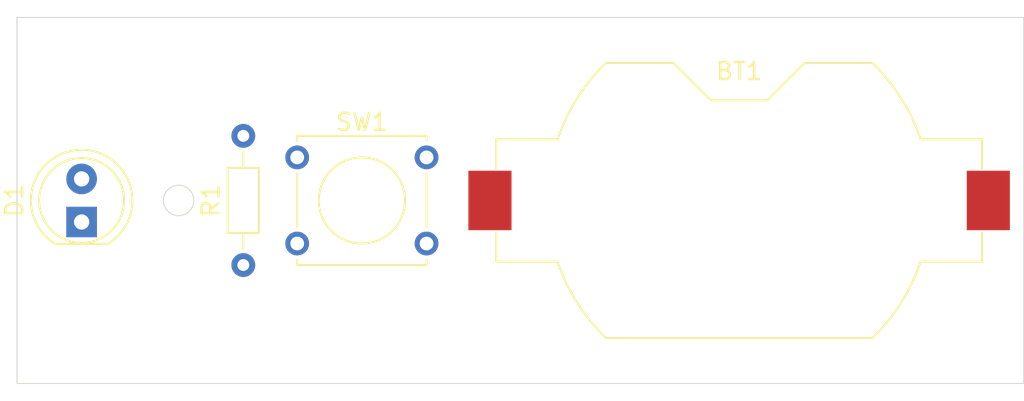
<source format=kicad_pcb>
(kicad_pcb (version 20241229) (generator "pcbnew") (generator_version "9.0")
  (title_block (title "LED Torch") (date "2025-10-01") (rev "1") (company "ScienceCodeCamp"))
  (layers (0 "F.Cu" signal) (2 "B.Cu" signal) (13 "F.Paste" user) (15 "B.Paste" user) (5 "F.SilkS" user "F.Silkscreen") (7 "B.SilkS" user "B.Silkscreen") (1 "F.Mask" user) (3 "B.Mask" user) (25 "Edge.Cuts" user))
  (net 0 "")
  (net 1 "/bat_pos")
  (net 2 "/LED_cathode")
  (net 3 "/LED_anode")
  (net 4 "Net-(SW1A-A)")
  (footprint "Button_Switch_THT:SW_Tactile_Straight_KSA0Axx1LFTR" (layer "F.Cu") (at 93.345 111.125)
    (property "Reference" "SW1" (at 3.81 -2.08 0) (layer "F.SilkS"))
    (property "Value" "SW_DPDT_x2")
    (fp_line (start 0 -1.27) (end 0 -0.97) (stroke (width 0.12)) (layer "F.SilkS"))
    (fp_line (start 0 -1.27) (end 7.62 -1.27) (stroke (width 0.12)) (layer "F.SilkS"))
    (fp_line (start 0 0.97) (end 0 4.11) (stroke (width 0.12)) (layer "F.SilkS"))
    (fp_line (start 0 6.05) (end 0 6.35) (stroke (width 0.12)) (layer "F.SilkS"))
    (fp_line (start 7.62 -1.27) (end 7.62 -0.97) (stroke (width 0.12)) (layer "F.SilkS"))
    (fp_line (start 7.62 0.97) (end 7.62 4.11) (stroke (width 0.12)) (layer "F.SilkS"))
    (fp_line (start 7.62 6.05) (end 7.62 6.35) (stroke (width 0.12)) (layer "F.SilkS"))
    (fp_line (start 7.62 6.35) (end 0 6.35) (stroke (width 0.12)) (layer "F.SilkS"))
    (fp_circle (center 3.81 2.54) (end 3.81 0) (stroke (width 0.12)) (fill no) (layer "F.SilkS"))
    (pad "1" thru_hole circle (at 0 0) (size 1.397 1.397) (drill 0.8128) (layers "*.Cu" "*.Mask") (net 4 "Net-(SW1A-A)"))
    (pad "1" thru_hole circle (at 7.62 0) (size 1.397 1.397) (drill 0.8128) (layers "*.Cu" "*.Mask") (net 4 "Net-(SW1A-A)"))
    (pad "2" thru_hole circle (at 0 5.08) (size 1.397 1.397) (drill 0.8128) (layers "*.Cu" "*.Mask") (net 1 "/bat_pos"))
    (pad "2" thru_hole circle (at 7.62 5.08) (size 1.397 1.397) (drill 0.8128) (layers "*.Cu" "*.Mask") (net 1 "/bat_pos"))
  )
  (footprint "Resistor_THT:R_Axial_DIN0204_L3.6mm_D1.6mm_P7.62mm_Horizontal" (layer "F.Cu") (at 90.17 117.475 90)
    (property "Reference" "R1" (at 3.81 -1.92 90) (layer "F.SilkS"))
    (property "Value" "R")
    (fp_line (start 6.68 0) (end 5.73 0) (stroke (width 0.12)) (layer "F.SilkS"))
    (fp_line (start 0.94 0) (end 1.89 0) (stroke (width 0.12)) (layer "F.SilkS"))
    (fp_rect (start 1.89 -0.92) (end 5.73 0.92) (stroke (width 0.12)) (fill no) (layer "F.SilkS"))
    (pad "1" thru_hole circle (at 0 0 90) (size 1.4 1.4) (drill 0.7) (layers "*.Cu" "*.Mask") (net 3 "/LED_anode"))
    (pad "2" thru_hole circle (at 7.62 0 90) (size 1.4 1.4) (drill 0.7) (layers "*.Cu" "*.Mask") (net 4 "Net-(SW1A-A)"))
  )
  (footprint "Battery:BatteryHolder_Keystone_1058_1x2032" (layer "F.Cu") (at 119.38 113.665 180)
    (property "Reference" "BT1" (at 0 7.62 0) (layer "F.SilkS"))
    (property "Value" "Battery_Cell")
    (fp_line (start 14.31 3.61) (end 10.692 3.61) (stroke (width 0.12)) (layer "F.SilkS"))
    (fp_line (start 14.31 1.9) (end 14.31 3.61) (stroke (width 0.12)) (layer "F.SilkS"))
    (fp_line (start 14.31 -1.9) (end 14.31 -3.61) (stroke (width 0.12)) (layer "F.SilkS"))
    (fp_line (start 10.692 -3.61) (end 14.31 -3.61) (stroke (width 0.12)) (layer "F.SilkS"))
    (fp_line (start 7.8473 8.11) (end 3.86 8.11) (stroke (width 0.12)) (layer "F.SilkS"))
    (fp_line (start 1.66 5.91) (end 3.86 8.11) (stroke (width 0.12)) (layer "F.SilkS"))
    (fp_line (start 1.66 5.91) (end -1.66 5.91) (stroke (width 0.12)) (layer "F.SilkS"))
    (fp_line (start -1.66 5.91) (end -3.86 8.11) (stroke (width 0.12)) (layer "F.SilkS"))
    (fp_line (start -3.86 8.11) (end -7.8473 8.11) (stroke (width 0.12)) (layer "F.SilkS"))
    (fp_line (start -7.8473 -8.11) (end 7.8473 -8.11) (stroke (width 0.12)) (layer "F.SilkS"))
    (fp_line (start -10.692 3.61) (end -14.31 3.61) (stroke (width 0.12)) (layer "F.SilkS"))
    (fp_line (start -14.31 1.9) (end -14.31 3.61) (stroke (width 0.12)) (layer "F.SilkS"))
    (fp_line (start -14.31 -1.9) (end -14.31 -3.61) (stroke (width 0.12)) (layer "F.SilkS"))
    (fp_line (start -14.31 -3.61) (end -10.692 -3.61) (stroke (width 0.12)) (layer "F.SilkS"))
    (fp_arc (start 10.692 3.61) (mid 9.538084 6.031244) (end 7.845371 8.111789) (stroke (width 0.12)) (layer "F.SilkS"))
    (fp_arc (start 7.845371 -8.111789) (mid 9.538085 -6.031244) (end 10.692 -3.61) (stroke (width 0.12)) (layer "F.SilkS"))
    (fp_arc (start -7.845371 8.111789) (mid -9.538085 6.031244) (end -10.692 3.61) (stroke (width 0.12)) (layer "F.SilkS"))
    (fp_arc (start -10.692 -3.61) (mid -9.538084 -6.031244) (end -7.845371 -8.111789) (stroke (width 0.12)) (layer "F.SilkS"))
    (pad "1" smd rect (at -14.68 0 180) (size 2.54 3.51) (layers "F.Cu" "F.Mask" "F.Paste") (net 1 "/bat_pos"))
    (pad "2" smd rect (at 14.68 0 180) (size 2.54 3.51) (layers "F.Cu" "F.Mask" "F.Paste") (net 2 "/LED_cathode"))
  )
  (footprint "LED_THT:LED_D5.0mm" (layer "F.Cu") (at 80.645 114.935 90)
    (property "Reference" "D1" (at 1.27 -3.96 90) (layer "F.SilkS"))
    (property "Value" "LED")
    (fp_line (start -1.29 -1.545) (end -1.29 1.545) (stroke (width 0.12)) (layer "F.SilkS"))
    (fp_arc (start -1.29 -1.54483) (mid 2.071779 -2.880495) (end 4.26 0) (stroke (width 0.12)) (layer "F.SilkS"))
    (fp_arc (start 4.26 0) (mid 2.071779 2.880495) (end -1.29 1.54483) (stroke (width 0.12)) (layer "F.SilkS"))
    (fp_circle (center 1.27 0) (end 3.77 0) (stroke (width 0.12)) (fill no) (layer "F.SilkS"))
    (pad "1" thru_hole rect (at 0 0 90) (size 1.8 1.8) (drill 0.9) (layers "*.Cu" "*.Mask") (net 2 "/LED_cathode"))
    (pad "2" thru_hole circle (at 2.54 0 90) (size 1.8 1.8) (drill 0.9) (layers "*.Cu" "*.Mask") (net 3 "/LED_anode"))
  )
  (gr_rect (start 76.835 102.87) (end 136.144 124.46) (stroke (width 0.05)) (fill no) (layer "Edge.Cuts"))
  (gr_circle (center 86.36 113.665) (end 86.995 114.3) (stroke (width 0.05)) (fill no) (layer "Edge.Cuts"))
)
</source>
